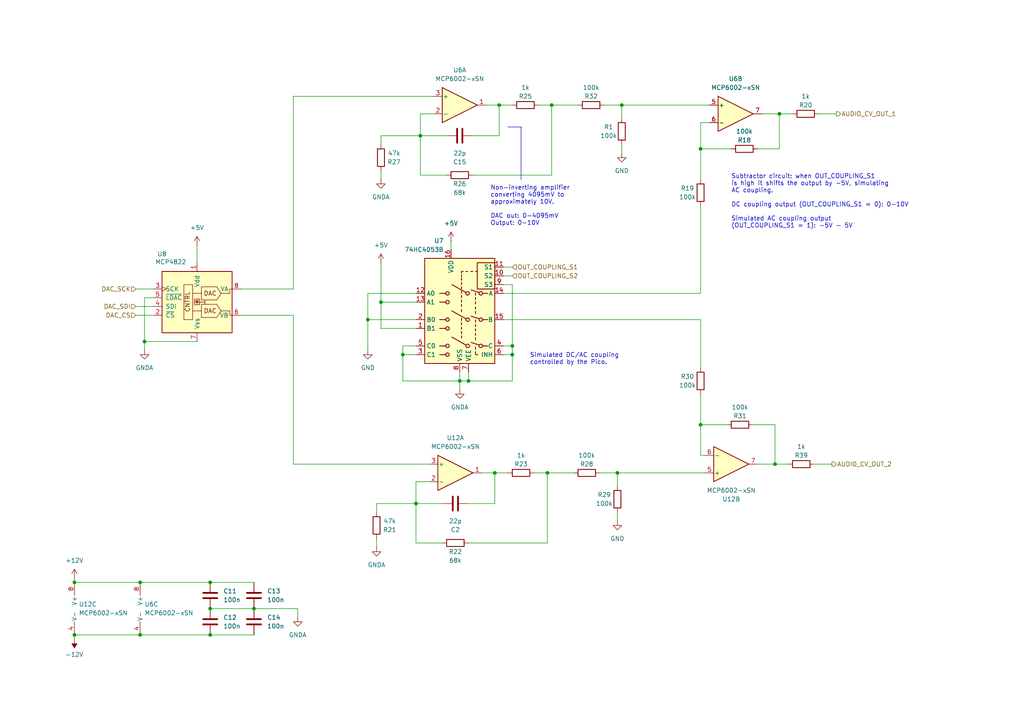
<source format=kicad_sch>
(kicad_sch (version 20250114) (generator "eeschema") (generator_version "9.0")
  (paper "A4")
  (lib_symbols
    (symbol "+5V_1" (power) (pin_numbers (hide yes)) (pin_names (offset 0) (hide yes))
      (property "Value" "+5V" (at 0 3.556 0))
      (symbol "+5V_1_0_1"
        (polyline (pts (xy -0.762 1.27) (xy 0 2.54)))
        (polyline (pts (xy 0 2.54) (xy 0.762 1.27)))
        (polyline (pts (xy 0 0) (xy 0 2.54)))
      )
      (symbol "+5V_1_1_1"
        (pin power_in line (at 0 0 90) (length 0) (name "~") (number "1"))
      )
    )
    (symbol "Amplifier_Operational:MCP6002-xSN" (pin_names (offset 0.127))
      (property "Reference" "U" (at 0 5.08 0))
      (property "Value" "MCP6002-xSN" (at 0 -5.08 0))
      (symbol "MCP6002-xSN_1_1"
        (polyline (pts (xy -5.08 5.08) (xy 5.08 0) (xy -5.08 -5.08) (xy -5.08 5.08)) (stroke (width 0.254)) (fill (type background)))
        (pin input line (at -7.62 2.54 0) (length 2.54) (name "+") (number "3"))
        (pin input line (at -7.62 -2.54 0) (length 2.54) (name "-") (number "2"))
        (pin output line (at 7.62 0 180) (length 2.54) (name "~") (number "1"))
      )
      (symbol "MCP6002-xSN_2_1"
        (polyline (pts (xy -5.08 5.08) (xy 5.08 0) (xy -5.08 -5.08) (xy -5.08 5.08)) (stroke (width 0.254)) (fill (type background)))
        (pin input line (at -7.62 2.54 0) (length 2.54) (name "+") (number "5"))
        (pin input line (at -7.62 -2.54 0) (length 2.54) (name "-") (number "6"))
        (pin output line (at 7.62 0 180) (length 2.54) (name "~") (number "7"))
      )
      (symbol "MCP6002-xSN_3_1"
        (pin power_in line (at -2.54 7.62 270) (length 3.81) (name "V+") (number "8"))
        (pin power_in line (at -2.54 -7.62 90) (length 3.81) (name "V-") (number "4"))
      )
    )
    (symbol "Analog_DAC:MCP4822" (pin_names (offset 1.016))
      (property "Reference" "U" (at -2.54 10.795 0))
      (property "Value" "MCP4822" (at -2.54 8.89 0))
      (symbol "MCP4822_0_0"
        (polyline (pts (xy 0 -0.889) (xy 0.508 -1.397) (xy -0.508 -1.397) (xy 0 -0.889)))
        (polyline (pts (xy 0 -1.778) (xy 0 -0.635)))
        (polyline (pts (xy 0.381 -0.889) (xy 0.508 -0.762)))
        (polyline (pts (xy 0.381 -0.889) (xy -0.381 -0.889) (xy -0.508 -1.016)))
        (rectangle (start 0.762 -0.381) (end -0.762 -2.032))
        (polyline (pts (xy 0.762 -1.27) (xy 2.286 -1.27) (xy 2.286 -0.762)))
        (polyline (pts (xy 2.286 -1.143) (xy 2.286 -1.905)))
        (polyline (pts (xy 6.985 1.27) (xy 9.525 1.27) (xy 9.525 2.54) (xy 10.16 2.54)))
        (polyline (pts (xy 6.985 -3.81) (xy 9.525 -3.81) (xy 9.525 -5.08) (xy 10.16 -5.08)))
        (text "CNTRL" (at -2.032 -4.191 900) (effects (font (size 1.27 1.27)) (justify left bottom)))
        (text "DAC" (at 3.81 1.27 0) (effects (font (size 1.27 1.27))))
        (text "DAC" (at 3.81 -3.81 0) (effects (font (size 1.27 1.27))))
      )
      (symbol "MCP4822_0_1"
        (rectangle (start -10.16 7.62) (end 10.16 -10.16) (stroke (width 0.254)) (fill (type background)))
        (rectangle (start -1.27 -6.35) (end -3.81 3.81))
        (polyline (pts (xy 1.27 1.27) (xy -1.27 1.27)))
        (polyline (pts (xy 1.27 -3.81) (xy -1.27 -3.81)))
        (polyline (pts (xy 6.985 1.27) (xy 5.715 3.175) (xy 1.27 3.175) (xy 1.27 -0.635) (xy 5.715 -0.635) (xy 6.985 1.27)))
        (polyline (pts (xy 6.985 -3.81) (xy 5.715 -1.905) (xy 1.27 -1.905) (xy 1.27 -5.715) (xy 5.715 -5.715) (xy 6.985 -3.81)))
      )
      (symbol "MCP4822_1_1"
        (pin input clock (at -12.7 2.54 0) (length 2.54) (name "SCK") (number "3"))
        (pin input line (at -12.7 0 0) (length 2.54) (name "~{LDAC}") (number "5"))
        (pin input line (at -12.7 -2.54 0) (length 2.54) (name "SDI") (number "4"))
        (pin input line (at -12.7 -5.08 0) (length 2.54) (name "~{CS}") (number "2"))
        (pin power_in line (at 0 10.16 270) (length 2.54) (name "Vdd") (number "1"))
        (pin power_in line (at 0 -12.7 90) (length 2.54) (name "Vss") (number "7"))
        (pin output line (at 12.7 2.54 180) (length 2.54) (name "VA") (number "8"))
        (pin output line (at 12.7 -5.08 180) (length 2.54) (name "VB") (number "6"))
      )
    )
    (symbol "Analog_Switch:CD4053B"
      (property "Reference" "U" (at -10.16 16.51 0))
      (property "Value" "CD4053B" (at 3.81 16.51 0))
      (symbol "CD4053B_0_1"
        (rectangle (start -10.16 15.24) (end 10.16 -15.24) (stroke (width 0.254)) (fill (type background)))
        (rectangle (start -10.16 6.35) (end -5.08 13.97) (stroke (width 0.254)))
        (polyline (pts (xy -8.128 5.08) (xy -6.604 5.08)) (stroke (width 0.254)))
        (polyline (pts (xy -8.128 -2.54) (xy -6.604 -2.54)) (stroke (width 0.254)))
        (polyline (pts (xy -8.128 -10.16) (xy -6.604 -10.16)) (stroke (width 0.254)))
        (circle (center -6.096 5.08) (radius 0.508) (stroke (width 0.254)))
        (circle (center -6.096 -2.54) (radius 0.508) (stroke (width 0.254)))
        (circle (center -6.096 -10.16) (radius 0.508) (stroke (width 0.254)))
        (polyline (pts (xy -5.588 5.334) (xy -3.302 6.096)) (stroke (width 0.254)))
        (polyline (pts (xy -5.588 -2.286) (xy -3.302 -1.524)) (stroke (width 0.254)))
        (polyline (pts (xy -5.588 -9.906) (xy -3.302 -9.144)) (stroke (width 0.254)))
        (polyline (pts (xy -4.572 11.43) (xy -5.08 11.43)) (stroke (width 0.254)))
        (polyline (pts (xy -4.572 4.572) (xy -4.572 5.207)) (stroke (width 0.254)))
        (polyline (pts (xy -4.572 3.302) (xy -4.572 3.937)) (stroke (width 0.254)))
        (polyline (pts (xy -4.572 2.032) (xy -4.572 2.667)) (stroke (width 0.254)))
        (polyline (pts (xy -4.572 0.508) (xy -4.572 1.143)) (stroke (width 0.254)))
        (polyline (pts (xy -4.572 -0.762) (xy -4.572 -0.127)) (stroke (width 0.254)))
        (polyline (pts (xy -4.572 -3.302) (xy -4.572 -2.667)) (stroke (width 0.254)))
        (polyline (pts (xy -4.572 -4.572) (xy -4.572 -3.937)) (stroke (width 0.254)))
        (polyline (pts (xy -4.572 -5.842) (xy -4.572 -5.207)) (stroke (width 0.254)))
        (polyline (pts (xy -4.572 -7.112) (xy -4.572 -6.477)) (stroke (width 0.254)))
        (polyline (pts (xy -4.572 -8.382) (xy -4.572 -7.747)) (stroke (width 0.254)))
        (polyline (pts (xy -4.572 -11.176) (xy -4.572 -10.541)) (stroke (width 0.254)))
        (polyline (pts (xy -4.572 -12.446) (xy -4.572 -11.811)) (stroke (width 0.254)))
        (polyline (pts (xy -4.572 -12.7) (xy -5.207 -12.7)) (stroke (width 0.254)))
        (polyline (pts (xy -3.81 11.43) (xy -3.175 11.43)) (stroke (width 0.254)))
        (circle (center -2.286 5.08) (radius 0.508) (stroke (width 0.254)))
        (circle (center -2.286 -2.54) (radius 0.508) (stroke (width 0.254)))
        (circle (center -2.286 -10.16) (radius 0.508) (stroke (width 0.254)))
        (polyline (pts (xy -1.778 11.43) (xy -2.286 11.43)) (stroke (width 0.254)))
        (polyline (pts (xy -1.778 5.334) (xy 2.286 7.62)) (stroke (width 0.254)))
        (polyline (pts (xy -1.778 -2.286) (xy 2.286 0)) (stroke (width 0.254)))
        (polyline (pts (xy -1.778 -9.906) (xy 2.286 -7.62)) (stroke (width 0.254)))
        (polyline (pts (xy -0.508 11.43) (xy -1.016 11.43)) (stroke (width 0.254)))
        (polyline (pts (xy -0.508 10.922) (xy -0.508 11.43)) (stroke (width 0.254)))
        (polyline (pts (xy -0.508 9.906) (xy -0.508 10.414)) (stroke (width 0.254)))
        (polyline (pts (xy -0.508 8.89) (xy -0.508 9.525)) (stroke (width 0.254)))
        (polyline (pts (xy -0.508 8.89) (xy -0.508 9.398)) (stroke (width 0.254)))
        (polyline (pts (xy -0.508 7.62) (xy -0.508 8.255)) (stroke (width 0.254)))
        (polyline (pts (xy -0.508 6.35) (xy -0.508 6.985)) (stroke (width 0.254)))
        (polyline (pts (xy -0.508 5.08) (xy -0.508 5.715)) (stroke (width 0.254)))
        (polyline (pts (xy -0.508 3.81) (xy -0.508 4.445)) (stroke (width 0.254)))
        (polyline (pts (xy -0.508 2.54) (xy -0.508 3.175)) (stroke (width 0.254)))
        (polyline (pts (xy -0.508 1.27) (xy -0.508 1.905)) (stroke (width 0.254)))
        (polyline (pts (xy -0.508 -0.254) (xy -0.508 0.381)) (stroke (width 0.254)))
        (polyline (pts (xy -0.508 -2.794) (xy -0.508 -2.159)) (stroke (width 0.254)))
        (polyline (pts (xy -0.508 -4.064) (xy -0.508 -3.429)) (stroke (width 0.254)))
        (polyline (pts (xy -0.508 -5.334) (xy -0.508 -4.699)) (stroke (width 0.254)))
        (polyline (pts (xy -0.508 -6.604) (xy -0.508 -5.969)) (stroke (width 0.254)))
        (polyline (pts (xy -0.508 -7.874) (xy -0.508 -7.239)) (stroke (width 0.254)))
        (circle (center 3.556 5.08) (radius 0.508) (stroke (width 0.254)))
        (circle (center 3.556 2.54) (radius 0.508) (stroke (width 0.254)))
        (circle (center 3.556 -2.54) (radius 0.508) (stroke (width 0.254)))
        (circle (center 3.556 -5.08) (radius 0.508) (stroke (width 0.254)))
        (circle (center 3.556 -10.16) (radius 0.508) (stroke (width 0.254)))
        (circle (center 3.556 -12.7) (radius 0.508) (stroke (width 0.254)))
        (polyline (pts (xy 4.064 5.08) (xy 5.842 5.08)) (stroke (width 0.254)))
        (polyline (pts (xy 4.064 2.54) (xy 5.842 2.54)) (stroke (width 0.254)))
        (polyline (pts (xy 4.064 -2.54) (xy 5.842 -2.54)) (stroke (width 0.254)))
        (polyline (pts (xy 4.064 -5.08) (xy 5.842 -5.08)) (stroke (width 0.254)))
        (polyline (pts (xy 4.064 -10.16) (xy 5.842 -10.16)) (stroke (width 0.254)))
        (polyline (pts (xy 4.064 -12.7) (xy 5.842 -12.7)) (stroke (width 0.254)))
      )
      (symbol "CD4053B_1_1"
        (pin input line (at -12.7 12.7 0) (length 2.54) (name "S1") (number "11"))
        (pin input line (at -12.7 10.16 0) (length 2.54) (name "S2") (number "10"))
        (pin input line (at -12.7 7.62 0) (length 2.54) (name "S3") (number "9"))
        (pin bidirectional line (at -12.7 5.08 0) (length 2.54) (name "A") (number "14"))
        (pin bidirectional line (at -12.7 -2.54 0) (length 2.54) (name "B") (number "15"))
        (pin bidirectional line (at -12.7 -10.16 0) (length 2.54) (name "C") (number "4"))
        (pin input line (at -12.7 -12.7 0) (length 2.54) (name "INH") (number "6"))
        (pin power_in line (at -2.54 -17.78 90) (length 2.54) (name "VEE") (number "7"))
        (pin power_in line (at 0 -17.78 90) (length 2.54) (name "VSS") (number "8"))
        (pin power_in line (at 2.54 17.78 270) (length 2.54) (name "VDD") (number "16"))
        (pin bidirectional line (at 12.7 5.08 180) (length 2.54) (name "A0") (number "12"))
        (pin bidirectional line (at 12.7 2.54 180) (length 2.54) (name "A1") (number "13"))
        (pin bidirectional line (at 12.7 -2.54 180) (length 2.54) (name "B0") (number "2"))
        (pin bidirectional line (at 12.7 -5.08 180) (length 2.54) (name "B1") (number "1"))
        (pin bidirectional line (at 12.7 -10.16 180) (length 2.54) (name "C0") (number "5"))
        (pin bidirectional line (at 12.7 -12.7 180) (length 2.54) (name "C1") (number "3"))
      )
    )
    (symbol "Device:C" (pin_numbers (hide yes)) (pin_names (offset 0.254))
      (property "Reference" "C" (at 0.635 2.54 0))
      (property "Value" "C" (at 0.635 -2.54 0))
      (symbol "C_0_1"
        (polyline (pts (xy -2.032 0.762) (xy 2.032 0.762)) (stroke (width 0.508)))
        (polyline (pts (xy -2.032 -0.762) (xy 2.032 -0.762)) (stroke (width 0.508)))
      )
      (symbol "C_1_1"
        (pin passive line (at 0 3.81 270) (length 2.794) (name "~") (number "1"))
        (pin passive line (at 0 -3.81 90) (length 2.794) (name "~") (number "2"))
      )
    )
    (symbol "Device:R" (pin_numbers (hide yes)) (pin_names (offset 0))
      (property "Reference" "R" (at 2.032 0 90))
      (property "Value" "R" (at 0 0 90))
      (symbol "R_0_1"
        (rectangle (start -1.016 -2.54) (end 1.016 2.54) (stroke (width 0.254)))
      )
      (symbol "R_1_1"
        (pin passive line (at 0 3.81 270) (length 1.27) (name "~") (number "1"))
        (pin passive line (at 0 -3.81 90) (length 1.27) (name "~") (number "2"))
      )
    )
    (symbol "power:+12V" (power) (pin_numbers (hide yes)) (pin_names (offset 0) (hide yes))
      (property "Value" "+12V" (at 0 3.556 0))
      (symbol "+12V_0_1"
        (polyline (pts (xy -0.762 1.27) (xy 0 2.54)))
        (polyline (pts (xy 0 2.54) (xy 0.762 1.27)))
        (polyline (pts (xy 0 0) (xy 0 2.54)))
      )
      (symbol "+12V_1_1"
        (pin power_in line (at 0 0 90) (length 0) (name "~") (number "1"))
      )
    )
    (symbol "power:-12V" (power) (pin_numbers (hide yes)) (pin_names (offset 0) (hide yes))
      (property "Value" "-12V" (at 0 3.556 0))
      (symbol "-12V_0_0"
        (pin power_in line (at 0 0 90) (length 0) (name "~") (number "1"))
      )
      (symbol "-12V_0_1"
        (polyline (pts (xy 0 0) (xy 0 1.27) (xy 0.762 1.27) (xy 0 2.54) (xy -0.762 1.27) (xy 0 1.27)) (fill (type outline)))
      )
    )
    (symbol "power:GND" (power) (pin_numbers (hide yes)) (pin_names (offset 0) (hide yes))
      (property "Value" "GND" (at 0 -3.81 0))
      (symbol "GND_0_1"
        (polyline (pts (xy 0 0) (xy 0 -1.27) (xy 1.27 -1.27) (xy 0 -2.54) (xy -1.27 -1.27) (xy 0 -1.27)))
      )
      (symbol "GND_1_1"
        (pin power_in line (at 0 0 270) (length 0) (name "~") (number "1"))
      )
    )
    (symbol "power:GNDA" (power) (pin_numbers (hide yes)) (pin_names (offset 0) (hide yes))
      (property "Value" "GNDA" (at 0 -3.81 0))
      (symbol "GNDA_0_1"
        (polyline (pts (xy 0 0) (xy 0 -1.27) (xy 1.27 -1.27) (xy 0 -2.54) (xy -1.27 -1.27) (xy 0 -1.27)))
      )
      (symbol "GNDA_1_1"
        (pin power_in line (at 0 0 270) (length 0) (name "~") (number "1"))
      )
    )
  )
  (text "Simulated DC/AC coupling \ncontrolled by the Pico." (at 153.67 104.14 0) (effects (font (size 1.27 1.27)) (justify left)))
  (text "Subtractor circuit: when OUT_COUPLING_S1\nis high it shifts the output by -5V, simulating\nAC coupling.\n\nDC coupling output (OUT_COUPLING_S1 = 0): 0-10V\n\nSimulated AC coupling output \n(OUT_COUPLING_S1 = 1): -5V - 5V" (at 212.09 58.42 0) (effects (font (size 1.27 1.27)) (justify left)))
  (text "Non-inverting amplifier \nconverting 4095mV to \napproximately 10V. \n\nDAC out: 0-4095mV\nOutput: 0-10V" (at 142.24 59.69 0) (effects (font (size 1.27 1.27)) (justify left)))
  (junction (at 133.35 110.49))
  (junction (at 41.91 99.06))
  (junction (at 203.2 43.18))
  (junction (at 40.64 168.91))
  (junction (at 106.68 92.71))
  (junction (at 158.75 137.16))
  (junction (at 135.89 110.49))
  (junction (at 148.59 102.87))
  (junction (at 148.59 100.33))
  (junction (at 226.06 33.02))
  (junction (at 21.59 184.15))
  (junction (at 60.96 184.15))
  (junction (at 121.92 39.37))
  (junction (at 144.78 30.48))
  (junction (at 143.51 137.16))
  (junction (at 73.66 176.53))
  (junction (at 60.96 176.53))
  (junction (at 60.96 168.91))
  (junction (at 120.65 146.05))
  (junction (at 40.64 184.15))
  (junction (at 224.79 134.62))
  (junction (at 116.84 102.87))
  (junction (at 179.07 137.16))
  (junction (at 160.02 30.48))
  (junction (at 21.59 168.91))
  (junction (at 203.2 123.19))
  (junction (at 110.49 87.63))
  (junction (at 180.34 30.48))
  (wire (pts (xy 203.2 114.3) (xy 203.2 123.19)))
  (wire (pts (xy 148.59 77.47) (xy 146.05 77.47)))
  (wire (pts (xy 60.96 176.53) (xy 73.66 176.53)))
  (wire (pts (xy 41.91 86.36) (xy 41.91 99.06)))
  (wire (pts (xy 116.84 102.87) (xy 116.84 100.33)))
  (wire (pts (xy 125.73 33.02) (xy 121.92 33.02)))
  (wire (pts (xy 148.59 80.01) (xy 146.05 80.01)))
  (wire (pts (xy 146.05 85.09) (xy 203.2 85.09)))
  (wire (pts (xy 205.74 35.56) (xy 203.2 35.56)))
  (wire (pts (xy 210.82 123.19) (xy 203.2 123.19)))
  (wire (pts (xy 39.37 88.9) (xy 44.45 88.9)))
  (wire (pts (xy 60.96 184.15) (xy 73.66 184.15)))
  (wire (pts (xy 135.89 157.48) (xy 158.75 157.48)))
  (wire (pts (xy 203.2 132.08) (xy 204.47 132.08)))
  (wire (pts (xy 116.84 100.33) (xy 120.65 100.33)))
  (wire (pts (xy 180.34 30.48) (xy 205.74 30.48)))
  (wire (pts (xy 203.2 43.18) (xy 212.09 43.18)))
  (wire (pts (xy 120.65 85.09) (xy 106.68 85.09)))
  (wire (pts (xy 203.2 123.19) (xy 203.2 132.08)))
  (wire (pts (xy 137.16 39.37) (xy 144.78 39.37)))
  (wire (pts (xy 226.06 43.18) (xy 219.71 43.18)))
  (wire (pts (xy 121.92 39.37) (xy 129.54 39.37)))
  (wire (pts (xy 203.2 92.71) (xy 203.2 106.68)))
  (wire (pts (xy 133.35 107.95) (xy 133.35 110.49)))
  (wire (pts (xy 120.65 92.71) (xy 106.68 92.71)))
  (wire (pts (xy 219.71 134.62) (xy 224.79 134.62)))
  (wire (pts (xy 148.59 100.33) (xy 148.59 102.87)))
  (wire (pts (xy 110.49 49.53) (xy 110.49 52.07)))
  (wire (pts (xy 110.49 41.91) (xy 110.49 39.37)))
  (wire (pts (xy 106.68 85.09) (xy 106.68 92.71)))
  (polyline (pts (xy 147.32 36.83) (xy 151.13 36.83)))
  (wire (pts (xy 110.49 39.37) (xy 121.92 39.37)))
  (wire (pts (xy 179.07 151.13) (xy 179.07 148.59)))
  (wire (pts (xy 130.81 69.85) (xy 130.81 72.39)))
  (wire (pts (xy 175.26 30.48) (xy 180.34 30.48)))
  (wire (pts (xy 226.06 33.02) (xy 226.06 43.18)))
  (wire (pts (xy 140.97 30.48) (xy 144.78 30.48)))
  (wire (pts (xy 39.37 83.82) (xy 44.45 83.82)))
  (wire (pts (xy 156.21 30.48) (xy 160.02 30.48)))
  (wire (pts (xy 121.92 50.8) (xy 121.92 39.37)))
  (wire (pts (xy 110.49 95.25) (xy 120.65 95.25)))
  (wire (pts (xy 41.91 101.6) (xy 41.91 99.06)))
  (wire (pts (xy 179.07 137.16) (xy 204.47 137.16)))
  (wire (pts (xy 69.85 91.44) (xy 85.09 91.44)))
  (wire (pts (xy 180.34 44.45) (xy 180.34 41.91)))
  (wire (pts (xy 110.49 87.63) (xy 120.65 87.63)))
  (wire (pts (xy 44.45 86.36) (xy 41.91 86.36)))
  (wire (pts (xy 241.3 134.62) (xy 236.22 134.62)))
  (wire (pts (xy 203.2 35.56) (xy 203.2 43.18)))
  (wire (pts (xy 135.89 107.95) (xy 135.89 110.49)))
  (wire (pts (xy 160.02 30.48) (xy 167.64 30.48)))
  (wire (pts (xy 128.27 157.48) (xy 120.65 157.48)))
  (wire (pts (xy 124.46 139.7) (xy 120.65 139.7)))
  (wire (pts (xy 86.36 179.07) (xy 86.36 176.53)))
  (wire (pts (xy 133.35 110.49) (xy 133.35 113.03)))
  (wire (pts (xy 203.2 43.18) (xy 203.2 52.07)))
  (wire (pts (xy 21.59 185.42) (xy 21.59 184.15)))
  (wire (pts (xy 21.59 168.91) (xy 40.64 168.91)))
  (wire (pts (xy 148.59 110.49) (xy 148.59 102.87)))
  (wire (pts (xy 144.78 30.48) (xy 148.59 30.48)))
  (wire (pts (xy 203.2 85.09) (xy 203.2 59.69)))
  (wire (pts (xy 60.96 168.91) (xy 73.66 168.91)))
  (wire (pts (xy 85.09 27.94) (xy 85.09 83.82)))
  (wire (pts (xy 146.05 100.33) (xy 148.59 100.33)))
  (wire (pts (xy 143.51 146.05) (xy 143.51 137.16)))
  (wire (pts (xy 86.36 176.53) (xy 73.66 176.53)))
  (wire (pts (xy 146.05 82.55) (xy 148.59 82.55)))
  (wire (pts (xy 173.99 137.16) (xy 179.07 137.16)))
  (polyline (pts (xy 151.13 52.07) (xy 151.13 36.83)))
  (wire (pts (xy 110.49 87.63) (xy 110.49 95.25)))
  (wire (pts (xy 85.09 134.62) (xy 124.46 134.62)))
  (wire (pts (xy 21.59 167.64) (xy 21.59 168.91)))
  (wire (pts (xy 116.84 110.49) (xy 116.84 102.87)))
  (wire (pts (xy 242.57 33.02) (xy 237.49 33.02)))
  (wire (pts (xy 146.05 92.71) (xy 203.2 92.71)))
  (wire (pts (xy 110.49 76.2) (xy 110.49 87.63)))
  (wire (pts (xy 179.07 137.16) (xy 179.07 140.97)))
  (wire (pts (xy 158.75 137.16) (xy 166.37 137.16)))
  (wire (pts (xy 40.64 184.15) (xy 60.96 184.15)))
  (wire (pts (xy 180.34 30.48) (xy 180.34 34.29)))
  (wire (pts (xy 224.79 123.19) (xy 224.79 134.62)))
  (wire (pts (xy 158.75 157.48) (xy 158.75 137.16)))
  (wire (pts (xy 109.22 146.05) (xy 120.65 146.05)))
  (wire (pts (xy 129.54 50.8) (xy 121.92 50.8)))
  (wire (pts (xy 120.65 139.7) (xy 120.65 146.05)))
  (wire (pts (xy 85.09 83.82) (xy 69.85 83.82)))
  (wire (pts (xy 120.65 146.05) (xy 128.27 146.05)))
  (wire (pts (xy 40.64 168.91) (xy 60.96 168.91)))
  (wire (pts (xy 106.68 92.71) (xy 106.68 101.6)))
  (wire (pts (xy 135.89 146.05) (xy 143.51 146.05)))
  (wire (pts (xy 120.65 157.48) (xy 120.65 146.05)))
  (wire (pts (xy 133.35 110.49) (xy 116.84 110.49)))
  (wire (pts (xy 133.35 110.49) (xy 135.89 110.49)))
  (wire (pts (xy 154.94 137.16) (xy 158.75 137.16)))
  (wire (pts (xy 220.98 33.02) (xy 226.06 33.02)))
  (wire (pts (xy 135.89 110.49) (xy 148.59 110.49)))
  (wire (pts (xy 85.09 91.44) (xy 85.09 134.62)))
  (wire (pts (xy 226.06 33.02) (xy 229.87 33.02)))
  (wire (pts (xy 160.02 50.8) (xy 160.02 30.48)))
  (wire (pts (xy 224.79 134.62) (xy 228.6 134.62)))
  (wire (pts (xy 109.22 148.59) (xy 109.22 146.05)))
  (wire (pts (xy 139.7 137.16) (xy 143.51 137.16)))
  (wire (pts (xy 120.65 102.87) (xy 116.84 102.87)))
  (wire (pts (xy 41.91 99.06) (xy 57.15 99.06)))
  (wire (pts (xy 39.37 91.44) (xy 44.45 91.44)))
  (wire (pts (xy 218.44 123.19) (xy 224.79 123.19)))
  (wire (pts (xy 121.92 33.02) (xy 121.92 39.37)))
  (wire (pts (xy 109.22 156.21) (xy 109.22 158.75)))
  (wire (pts (xy 21.59 184.15) (xy 40.64 184.15)))
  (wire (pts (xy 148.59 102.87) (xy 146.05 102.87)))
  (wire (pts (xy 125.73 27.94) (xy 85.09 27.94)))
  (wire (pts (xy 57.15 71.12) (xy 57.15 76.2)))
  (wire (pts (xy 143.51 137.16) (xy 147.32 137.16)))
  (wire (pts (xy 144.78 39.37) (xy 144.78 30.48)))
  (wire (pts (xy 137.16 50.8) (xy 160.02 50.8)))
  (wire (pts (xy 148.59 82.55) (xy 148.59 100.33)))
  (hierarchical_label "DAC_SCK" (shape input) (at 39.37 83.82 180))
  (hierarchical_label "OUT_COUPLING_S2" (shape input) (at 148.59 80.01 0))
  (hierarchical_label "OUT_COUPLING_S1" (shape input) (at 148.59 77.47 0))
  (hierarchical_label "AUDIO_CV_OUT_1" (shape output) (at 242.57 33.02 0))
  (hierarchical_label "DAC_SDI" (shape input) (at 39.37 88.9 180))
  (hierarchical_label "AUDIO_CV_OUT_2" (shape output) (at 241.3 134.62 0))
  (hierarchical_label "DAC_CS" (shape input) (at 39.37 91.44 180))
  (symbol (lib_id "Device:R") (at 203.2 55.88 0) (mirror x) (unit 1)
    (property "Reference" "R19" (at 199.39 54.61 0))
    (property "Value" "100k" (at 199.39 57.15 0))
    (property "Footprint" "Resistor_SMD:R_0603_1608Metric" (effects (hide yes)))
    (property "Vendor" "JLCPCB" (effects (hide yes)))
  )
  (symbol (lib_id "Amplifier_Operational:MCP6002-xSN") (at 43.18 176.53 0) (unit 3)
    (property "Reference" "U6" (at 41.91 175.2599 0) (effects (justify left)))
    (property "Value" "MCP6002-xSN" (at 41.91 177.7999 0) (effects (justify left)))
    (property "Datasheet" "http://ww1.microchip.com/downloads/en/DeviceDoc/21733j.pdf" (effects (hide yes)))
    (property "Description" "1MHz, Low-Power Op Amp, SOIC-8" (effects (hide yes)))
  )
  (symbol (lib_id "Device:C") (at 60.96 172.72 0) (unit 1)
    (property "Reference" "C11" (at 64.77 171.45 0) (effects (justify left)))
    (property "Value" "100n" (at 64.77 173.99 0) (effects (justify left)))
    (property "Footprint" "Capacitor_SMD:C_0603_1608Metric" (effects (hide yes)))
    (property "LCSC" "C14663" (effects (hide yes)))
    (property "Vendor" "JLCPCB" (effects (hide yes)))
  )
  (symbol (lib_id "Device:R") (at 179.07 144.78 0) (mirror x) (unit 1)
    (property "Reference" "R29" (at 175.26 143.51 0))
    (property "Value" "100k" (at 175.26 146.05 0))
    (property "Footprint" "Resistor_SMD:R_0603_1608Metric" (effects (hide yes)))
    (property "Vendor" "JLCPCB" (effects (hide yes)))
  )
  (symbol (lib_id "power:GNDA") (at 133.35 113.03 0) (mirror y) (unit 1)
    (property "Reference" "#PWR040" (effects (hide yes)))
    (property "Value" "GNDA" (at 133.35 118.11 0))
    (property "Description" "Power symbol creates a global label with name \"GNDA\" , analog ground" (effects (hide yes)))
  )
  (symbol (lib_id "Device:R") (at 171.45 30.48 90) (mirror x) (unit 1)
    (property "Reference" "R32" (at 171.45 27.94 90))
    (property "Value" "100k" (at 171.45 25.4 90))
    (property "Footprint" "Resistor_SMD:R_0603_1608Metric" (effects (hide yes)))
    (property "Vendor" "JLCPCB" (effects (hide yes)))
  )
  (symbol (lib_id "Analog_DAC:MCP4822") (at 57.15 86.36 0) (unit 1)
    (property "Reference" "U8" (at 46.99 73.66 0))
    (property "Value" "MCP4822" (at 49.53 75.9714 0))
    (property "Footprint" "Package_DIP:DIP-8_W7.62mm_LongPads" (effects (hide yes)))
    (property "Datasheet" "http://ww1.microchip.com/downloads/en/DeviceDoc/20002249B.pdf" (effects (hide yes)))
    (property "Part No." "579-MCP4822-E/P " (effects (hide yes)))
    (property "Part URL" "https://mou.sr/4gecDm5" (effects (hide yes)))
    (property "Vendor" "Mouser" (effects (hide yes)))
  )
  (symbol (lib_id "Device:R") (at 110.49 45.72 180) (unit 1)
    (property "Reference" "R27" (at 114.3 46.99 0))
    (property "Value" "47k" (at 114.3 44.45 0))
    (property "Footprint" "Resistor_SMD:R_0603_1608Metric" (effects (hide yes)))
    (property "Vendor" "JLCPCB" (effects (hide yes)))
  )
  (symbol (lib_id "power:-12V") (at 21.59 185.42 180) (unit 1)
    (property "Reference" "#PWR039" (effects (hide yes)))
    (property "Value" "-12V" (at 21.59 189.865 0))
    (property "Description" "Power symbol creates a global label with name \"-12V\"" (effects (hide yes)))
  )
  (symbol (lib_id "power:GND") (at 106.68 101.6 0) (unit 1)
    (property "Reference" "#PWR035" (effects (hide yes)))
    (property "Value" "GND" (at 106.68 106.68 0))
    (property "Description" "Power symbol creates a global label with name \"GND\" , ground" (effects (hide yes)))
  )
  (symbol (lib_id "Device:R") (at 151.13 137.16 90) (mirror x) (unit 1)
    (property "Reference" "R23" (at 151.13 134.62 90))
    (property "Value" "1k" (at 151.13 132.08 90))
    (property "Footprint" "Resistor_SMD:R_0603_1608Metric" (effects (hide yes)))
    (property "Vendor" "JLCPCB" (effects (hide yes)))
  )
  (symbol (lib_name "+5V_1") (lib_id "power:+5V") (at 57.15 71.12 0) (unit 1)
    (property "Reference" "#PWR046" (effects (hide yes)))
    (property "Value" "+5V" (at 57.15 66.04 0))
    (property "Description" "Power symbol creates a global label with name \"+5V\"" (effects (hide yes)))
  )
  (symbol (lib_id "Device:R") (at 232.41 134.62 90) (mirror x) (unit 1)
    (property "Reference" "R39" (at 232.41 132.08 90))
    (property "Value" "1k" (at 232.41 129.54 90))
    (property "Footprint" "Resistor_SMD:R_0603_1608Metric" (effects (hide yes)))
    (property "Vendor" "JLCPCB" (effects (hide yes)))
  )
  (symbol (lib_id "Amplifier_Operational:MCP6002-xSN") (at 24.13 176.53 0) (unit 3)
    (property "Reference" "U12" (at 22.86 175.2599 0) (effects (justify left)))
    (property "Value" "MCP6002-xSN" (at 22.86 177.7999 0) (effects (justify left)))
    (property "Datasheet" "http://ww1.microchip.com/downloads/en/DeviceDoc/21733j.pdf" (effects (hide yes)))
    (property "Description" "1MHz, Low-Power Op Amp, SOIC-8" (effects (hide yes)))
  )
  (symbol (lib_id "power:GNDA") (at 41.91 101.6 0) (unit 1)
    (property "Reference" "#PWR028" (effects (hide yes)))
    (property "Value" "GNDA" (at 41.91 106.68 0))
    (property "Description" "Power symbol creates a global label with name \"GNDA\" , analog ground" (effects (hide yes)))
  )
  (symbol (lib_id "Device:R") (at 152.4 30.48 90) (mirror x) (unit 1)
    (property "Reference" "R25" (at 152.4 27.94 90))
    (property "Value" "1k" (at 152.4 25.4 90))
    (property "Footprint" "Resistor_SMD:R_0603_1608Metric" (effects (hide yes)))
    (property "Vendor" "JLCPCB" (effects (hide yes)))
  )
  (symbol (lib_id "Device:C") (at 133.35 39.37 90) (mirror x) (unit 1)
    (property "Reference" "C15" (at 133.35 46.99 90))
    (property "Value" "22p" (at 133.35 44.45 90))
    (property "Footprint" "Capacitor_SMD:C_0603_1608Metric" (effects (hide yes)))
    (property "Vendor" "JLCPCB" (effects (hide yes)))
  )
  (symbol (lib_id "Device:R") (at 132.08 157.48 90) (unit 1)
    (property "Reference" "R22" (at 132.08 160.02 90))
    (property "Value" "68k" (at 132.08 162.56 90))
    (property "Footprint" "Resistor_SMD:R_0603_1608Metric" (effects (hide yes)))
    (property "Vendor" "JLCPCB" (effects (hide yes)))
  )
  (symbol (lib_id "Amplifier_Operational:MCP6002-xSN") (at 133.35 30.48 0) (unit 1)
    (property "Reference" "U6" (at 133.35 20.32 0))
    (property "Value" "MCP6002-xSN" (at 133.35 22.86 0))
    (property "Datasheet" "http://ww1.microchip.com/downloads/en/DeviceDoc/21733j.pdf" (effects (hide yes)))
    (property "Description" "1MHz, Low-Power Op Amp, SOIC-8" (effects (hide yes)))
  )
  (symbol (lib_id "power:+12V") (at 21.59 167.64 0) (unit 1)
    (property "Reference" "#PWR038" (effects (hide yes)))
    (property "Value" "+12V" (at 21.59 162.56 0))
    (property "Description" "Power symbol creates a global label with name \"+12V\"" (effects (hide yes)))
  )
  (symbol (lib_id "Amplifier_Operational:MCP6002-xSN") (at 212.09 134.62 0) (mirror x) (unit 2)
    (property "Reference" "U12" (at 212.09 144.78 0))
    (property "Value" "MCP6002-xSN" (at 212.09 142.24 0))
    (property "Datasheet" "http://ww1.microchip.com/downloads/en/DeviceDoc/21733j.pdf" (effects (hide yes)))
    (property "Description" "1MHz, Low-Power Op Amp, SOIC-8" (effects (hide yes)))
  )
  (symbol (lib_id "Device:R") (at 133.35 50.8 90) (unit 1)
    (property "Reference" "R26" (at 133.35 53.34 90))
    (property "Value" "68k" (at 133.35 55.88 90))
    (property "Footprint" "Resistor_SMD:R_0603_1608Metric" (effects (hide yes)))
    (property "Vendor" "JLCPCB" (effects (hide yes)))
  )
  (symbol (lib_id "Device:R") (at 214.63 123.19 90) (mirror x) (unit 1)
    (property "Reference" "R31" (at 214.63 120.65 90))
    (property "Value" "100k" (at 214.63 118.11 90))
    (property "Footprint" "Resistor_SMD:R_0603_1608Metric" (effects (hide yes)))
    (property "Vendor" "JLCPCB" (effects (hide yes)))
  )
  (symbol (lib_id "Device:R") (at 203.2 110.49 0) (mirror x) (unit 1)
    (property "Reference" "R30" (at 199.39 109.22 0))
    (property "Value" "100k" (at 199.39 111.76 0))
    (property "Footprint" "Resistor_SMD:R_0603_1608Metric" (effects (hide yes)))
    (property "Vendor" "JLCPCB" (effects (hide yes)))
  )
  (symbol (lib_id "power:GNDA") (at 86.36 179.07 0) (unit 1)
    (property "Reference" "#PWR045" (effects (hide yes)))
    (property "Value" "GNDA" (at 86.36 184.15 0))
    (property "Description" "Power symbol creates a global label with name \"GNDA\" , analog ground" (effects (hide yes)))
  )
  (symbol (lib_id "power:GNDA") (at 109.22 158.75 0) (unit 1)
    (property "Reference" "#PWR043" (effects (hide yes)))
    (property "Value" "GNDA" (at 109.22 163.83 0))
    (property "Description" "Power symbol creates a global label with name \"GNDA\" , analog ground" (effects (hide yes)))
  )
  (symbol (lib_id "Device:R") (at 233.68 33.02 90) (mirror x) (unit 1)
    (property "Reference" "R20" (at 233.68 30.48 90))
    (property "Value" "1k" (at 233.68 27.94 90))
    (property "Footprint" "Resistor_SMD:R_0603_1608Metric" (effects (hide yes)))
    (property "Vendor" "JLCPCB" (effects (hide yes)))
  )
  (symbol (lib_id "power:GND") (at 180.34 44.45 0) (unit 1)
    (property "Reference" "#PWR041" (effects (hide yes)))
    (property "Value" "GND" (at 180.34 49.53 0))
    (property "Description" "Power symbol creates a global label with name \"GND\" , ground" (effects (hide yes)))
  )
  (symbol (lib_id "Device:R") (at 170.18 137.16 90) (mirror x) (unit 1)
    (property "Reference" "R28" (at 170.18 134.62 90))
    (property "Value" "100k" (at 170.18 132.08 90))
    (property "Footprint" "Resistor_SMD:R_0603_1608Metric" (effects (hide yes)))
    (property "Vendor" "JLCPCB" (effects (hide yes)))
  )
  (symbol (lib_id "Device:C") (at 73.66 172.72 0) (unit 1)
    (property "Reference" "C13" (at 77.47 171.45 0) (effects (justify left)))
    (property "Value" "100n" (at 77.47 173.99 0) (effects (justify left)))
    (property "Footprint" "Capacitor_SMD:C_0603_1608Metric" (effects (hide yes)))
    (property "LCSC" "C14663" (effects (hide yes)))
    (property "Vendor" "JLCPCB" (effects (hide yes)))
  )
  (symbol (lib_name "+5V_1") (lib_id "power:+5V") (at 110.49 76.2 0) (mirror y) (unit 1)
    (property "Reference" "#PWR036" (effects (hide yes)))
    (property "Value" "+5V" (at 110.49 71.12 0))
    (property "Description" "Power symbol creates a global label with name \"+5V\"" (effects (hide yes)))
  )
  (symbol (lib_id "Analog_Switch:CD4053B") (at 133.35 90.17 0) (mirror y) (unit 1)
    (property "Reference" "U7" (at 128.6667 69.85 0) (effects (justify left)))
    (property "Value" "74HC4053B" (at 128.6667 72.39 0) (effects (justify left)))
    (property "Datasheet" "http://www.ti.com/lit/ds/symlink/cd4052b.pdf" (effects (hide yes)))
    (property "Description" "CMOS triple 2-channel analog multiplexer/demultiplexer, TSSOP-16/DIP-16/SOIC-16" (effects (hide yes)))
  )
  (symbol (lib_name "+5V_1") (lib_id "power:+5V") (at 130.81 69.85 0) (mirror y) (unit 1)
    (property "Reference" "#PWR030" (effects (hide yes)))
    (property "Value" "+5V" (at 130.81 64.77 0))
    (property "Description" "Power symbol creates a global label with name \"+5V\"" (effects (hide yes)))
  )
  (symbol (lib_id "Device:C") (at 132.08 146.05 90) (mirror x) (unit 1)
    (property "Reference" "C2" (at 132.08 153.67 90))
    (property "Value" "22p" (at 132.08 151.13 90))
    (property "Footprint" "Capacitor_SMD:C_0603_1608Metric" (effects (hide yes)))
    (property "Vendor" "JLCPCB" (effects (hide yes)))
  )
  (symbol (lib_id "Device:R") (at 109.22 152.4 180) (unit 1)
    (property "Reference" "R21" (at 113.03 153.67 0))
    (property "Value" "47k" (at 113.03 151.13 0))
    (property "Footprint" "Resistor_SMD:R_0603_1608Metric" (effects (hide yes)))
    (property "Vendor" "JLCPCB" (effects (hide yes)))
  )
  (symbol (lib_id "Device:C") (at 60.96 180.34 0) (unit 1)
    (property "Reference" "C12" (at 64.77 179.07 0) (effects (justify left)))
    (property "Value" "100n" (at 64.77 181.61 0) (effects (justify left)))
    (property "Footprint" "Capacitor_SMD:C_0603_1608Metric" (effects (hide yes)))
    (property "LCSC" "C14663" (effects (hide yes)))
    (property "Vendor" "JLCPCB" (effects (hide yes)))
  )
  (symbol (lib_id "Device:C") (at 73.66 180.34 0) (unit 1)
    (property "Reference" "C14" (at 77.47 179.07 0) (effects (justify left)))
    (property "Value" "100n" (at 77.47 181.61 0) (effects (justify left)))
    (property "Footprint" "Capacitor_SMD:C_0603_1608Metric" (effects (hide yes)))
    (property "LCSC" "C14663" (effects (hide yes)))
    (property "Vendor" "JLCPCB" (effects (hide yes)))
  )
  (symbol (lib_id "Amplifier_Operational:MCP6002-xSN") (at 132.08 137.16 0) (unit 1)
    (property "Reference" "U12" (at 132.08 127 0))
    (property "Value" "MCP6002-xSN" (at 132.08 129.54 0))
    (property "Datasheet" "http://ww1.microchip.com/downloads/en/DeviceDoc/21733j.pdf" (effects (hide yes)))
    (property "Description" "1MHz, Low-Power Op Amp, SOIC-8" (effects (hide yes)))
  )
  (symbol (lib_id "power:GNDA") (at 110.49 52.07 0) (unit 1)
    (property "Reference" "#PWR042" (effects (hide yes)))
    (property "Value" "GNDA" (at 110.49 57.15 0))
    (property "Description" "Power symbol creates a global label with name \"GNDA\" , analog ground" (effects (hide yes)))
  )
  (symbol (lib_id "Device:R") (at 180.34 38.1 0) (mirror x) (unit 1)
    (property "Reference" "R1" (at 176.53 36.83 0))
    (property "Value" "100k" (at 176.53 39.37 0))
    (property "Footprint" "Resistor_SMD:R_0603_1608Metric" (effects (hide yes)))
    (property "Vendor" "JLCPCB" (effects (hide yes)))
  )
  (symbol (lib_id "power:GND") (at 179.07 151.13 0) (unit 1)
    (property "Reference" "#PWR044" (effects (hide yes)))
    (property "Value" "GND" (at 179.07 156.21 0))
    (property "Description" "Power symbol creates a global label with name \"GND\" , ground" (effects (hide yes)))
  )
  (symbol (lib_id "Device:R") (at 215.9 43.18 90) (mirror x) (unit 1)
    (property "Reference" "R18" (at 215.9 40.64 90))
    (property "Value" "100k" (at 215.9 38.1 90))
    (property "Footprint" "Resistor_SMD:R_0603_1608Metric" (effects (hide yes)))
    (property "Vendor" "JLCPCB" (effects (hide yes)))
  )
  (symbol (lib_id "Amplifier_Operational:MCP6002-xSN") (at 213.36 33.02 0) (unit 2)
    (property "Reference" "U6" (at 213.36 22.86 0))
    (property "Value" "MCP6002-xSN" (at 213.36 25.4 0))
    (property "Datasheet" "http://ww1.microchip.com/downloads/en/DeviceDoc/21733j.pdf" (effects (hide yes)))
    (property "Description" "1MHz, Low-Power Op Amp, SOIC-8" (effects (hide yes)))
  )
)
</source>
